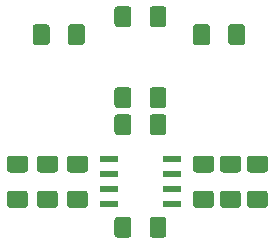
<source format=gbr>
G04 #@! TF.GenerationSoftware,KiCad,Pcbnew,(5.0.1)-4*
G04 #@! TF.CreationDate,2019-03-05T01:38:51-06:00*
G04 #@! TF.ProjectId,util_LFO,7574696C5F4C464F2E6B696361645F70,rev?*
G04 #@! TF.SameCoordinates,Original*
G04 #@! TF.FileFunction,Paste,Bot*
G04 #@! TF.FilePolarity,Positive*
%FSLAX46Y46*%
G04 Gerber Fmt 4.6, Leading zero omitted, Abs format (unit mm)*
G04 Created by KiCad (PCBNEW (5.0.1)-4) date 3/5/2019 1:38:51*
%MOMM*%
%LPD*%
G01*
G04 APERTURE LIST*
%ADD10C,0.100000*%
%ADD11C,1.425000*%
%ADD12R,1.550000X0.600000*%
G04 APERTURE END LIST*
D10*
G04 #@! TO.C,C1*
G36*
X90819504Y-82310204D02*
X90843773Y-82313804D01*
X90867571Y-82319765D01*
X90890671Y-82328030D01*
X90912849Y-82338520D01*
X90933893Y-82351133D01*
X90953598Y-82365747D01*
X90971777Y-82382223D01*
X90988253Y-82400402D01*
X91002867Y-82420107D01*
X91015480Y-82441151D01*
X91025970Y-82463329D01*
X91034235Y-82486429D01*
X91040196Y-82510227D01*
X91043796Y-82534496D01*
X91045000Y-82559000D01*
X91045000Y-83484000D01*
X91043796Y-83508504D01*
X91040196Y-83532773D01*
X91034235Y-83556571D01*
X91025970Y-83579671D01*
X91015480Y-83601849D01*
X91002867Y-83622893D01*
X90988253Y-83642598D01*
X90971777Y-83660777D01*
X90953598Y-83677253D01*
X90933893Y-83691867D01*
X90912849Y-83704480D01*
X90890671Y-83714970D01*
X90867571Y-83723235D01*
X90843773Y-83729196D01*
X90819504Y-83732796D01*
X90795000Y-83734000D01*
X89545000Y-83734000D01*
X89520496Y-83732796D01*
X89496227Y-83729196D01*
X89472429Y-83723235D01*
X89449329Y-83714970D01*
X89427151Y-83704480D01*
X89406107Y-83691867D01*
X89386402Y-83677253D01*
X89368223Y-83660777D01*
X89351747Y-83642598D01*
X89337133Y-83622893D01*
X89324520Y-83601849D01*
X89314030Y-83579671D01*
X89305765Y-83556571D01*
X89299804Y-83532773D01*
X89296204Y-83508504D01*
X89295000Y-83484000D01*
X89295000Y-82559000D01*
X89296204Y-82534496D01*
X89299804Y-82510227D01*
X89305765Y-82486429D01*
X89314030Y-82463329D01*
X89324520Y-82441151D01*
X89337133Y-82420107D01*
X89351747Y-82400402D01*
X89368223Y-82382223D01*
X89386402Y-82365747D01*
X89406107Y-82351133D01*
X89427151Y-82338520D01*
X89449329Y-82328030D01*
X89472429Y-82319765D01*
X89496227Y-82313804D01*
X89520496Y-82310204D01*
X89545000Y-82309000D01*
X90795000Y-82309000D01*
X90819504Y-82310204D01*
X90819504Y-82310204D01*
G37*
D11*
X90170000Y-83021500D03*
D10*
G36*
X90819504Y-79335204D02*
X90843773Y-79338804D01*
X90867571Y-79344765D01*
X90890671Y-79353030D01*
X90912849Y-79363520D01*
X90933893Y-79376133D01*
X90953598Y-79390747D01*
X90971777Y-79407223D01*
X90988253Y-79425402D01*
X91002867Y-79445107D01*
X91015480Y-79466151D01*
X91025970Y-79488329D01*
X91034235Y-79511429D01*
X91040196Y-79535227D01*
X91043796Y-79559496D01*
X91045000Y-79584000D01*
X91045000Y-80509000D01*
X91043796Y-80533504D01*
X91040196Y-80557773D01*
X91034235Y-80581571D01*
X91025970Y-80604671D01*
X91015480Y-80626849D01*
X91002867Y-80647893D01*
X90988253Y-80667598D01*
X90971777Y-80685777D01*
X90953598Y-80702253D01*
X90933893Y-80716867D01*
X90912849Y-80729480D01*
X90890671Y-80739970D01*
X90867571Y-80748235D01*
X90843773Y-80754196D01*
X90819504Y-80757796D01*
X90795000Y-80759000D01*
X89545000Y-80759000D01*
X89520496Y-80757796D01*
X89496227Y-80754196D01*
X89472429Y-80748235D01*
X89449329Y-80739970D01*
X89427151Y-80729480D01*
X89406107Y-80716867D01*
X89386402Y-80702253D01*
X89368223Y-80685777D01*
X89351747Y-80667598D01*
X89337133Y-80647893D01*
X89324520Y-80626849D01*
X89314030Y-80604671D01*
X89305765Y-80581571D01*
X89299804Y-80557773D01*
X89296204Y-80533504D01*
X89295000Y-80509000D01*
X89295000Y-79584000D01*
X89296204Y-79559496D01*
X89299804Y-79535227D01*
X89305765Y-79511429D01*
X89314030Y-79488329D01*
X89324520Y-79466151D01*
X89337133Y-79445107D01*
X89351747Y-79425402D01*
X89368223Y-79407223D01*
X89386402Y-79390747D01*
X89406107Y-79376133D01*
X89427151Y-79363520D01*
X89449329Y-79353030D01*
X89472429Y-79344765D01*
X89496227Y-79338804D01*
X89520496Y-79335204D01*
X89545000Y-79334000D01*
X90795000Y-79334000D01*
X90819504Y-79335204D01*
X90819504Y-79335204D01*
G37*
D11*
X90170000Y-80046500D03*
G04 #@! TD*
D10*
G04 #@! TO.C,C2*
G36*
X97478504Y-75834204D02*
X97502773Y-75837804D01*
X97526571Y-75843765D01*
X97549671Y-75852030D01*
X97571849Y-75862520D01*
X97592893Y-75875133D01*
X97612598Y-75889747D01*
X97630777Y-75906223D01*
X97647253Y-75924402D01*
X97661867Y-75944107D01*
X97674480Y-75965151D01*
X97684970Y-75987329D01*
X97693235Y-76010429D01*
X97699196Y-76034227D01*
X97702796Y-76058496D01*
X97704000Y-76083000D01*
X97704000Y-77333000D01*
X97702796Y-77357504D01*
X97699196Y-77381773D01*
X97693235Y-77405571D01*
X97684970Y-77428671D01*
X97674480Y-77450849D01*
X97661867Y-77471893D01*
X97647253Y-77491598D01*
X97630777Y-77509777D01*
X97612598Y-77526253D01*
X97592893Y-77540867D01*
X97571849Y-77553480D01*
X97549671Y-77563970D01*
X97526571Y-77572235D01*
X97502773Y-77578196D01*
X97478504Y-77581796D01*
X97454000Y-77583000D01*
X96529000Y-77583000D01*
X96504496Y-77581796D01*
X96480227Y-77578196D01*
X96456429Y-77572235D01*
X96433329Y-77563970D01*
X96411151Y-77553480D01*
X96390107Y-77540867D01*
X96370402Y-77526253D01*
X96352223Y-77509777D01*
X96335747Y-77491598D01*
X96321133Y-77471893D01*
X96308520Y-77450849D01*
X96298030Y-77428671D01*
X96289765Y-77405571D01*
X96283804Y-77381773D01*
X96280204Y-77357504D01*
X96279000Y-77333000D01*
X96279000Y-76083000D01*
X96280204Y-76058496D01*
X96283804Y-76034227D01*
X96289765Y-76010429D01*
X96298030Y-75987329D01*
X96308520Y-75965151D01*
X96321133Y-75944107D01*
X96335747Y-75924402D01*
X96352223Y-75906223D01*
X96370402Y-75889747D01*
X96390107Y-75875133D01*
X96411151Y-75862520D01*
X96433329Y-75852030D01*
X96456429Y-75843765D01*
X96480227Y-75837804D01*
X96504496Y-75834204D01*
X96529000Y-75833000D01*
X97454000Y-75833000D01*
X97478504Y-75834204D01*
X97478504Y-75834204D01*
G37*
D11*
X96991500Y-76708000D03*
D10*
G36*
X94503504Y-75834204D02*
X94527773Y-75837804D01*
X94551571Y-75843765D01*
X94574671Y-75852030D01*
X94596849Y-75862520D01*
X94617893Y-75875133D01*
X94637598Y-75889747D01*
X94655777Y-75906223D01*
X94672253Y-75924402D01*
X94686867Y-75944107D01*
X94699480Y-75965151D01*
X94709970Y-75987329D01*
X94718235Y-76010429D01*
X94724196Y-76034227D01*
X94727796Y-76058496D01*
X94729000Y-76083000D01*
X94729000Y-77333000D01*
X94727796Y-77357504D01*
X94724196Y-77381773D01*
X94718235Y-77405571D01*
X94709970Y-77428671D01*
X94699480Y-77450849D01*
X94686867Y-77471893D01*
X94672253Y-77491598D01*
X94655777Y-77509777D01*
X94637598Y-77526253D01*
X94617893Y-77540867D01*
X94596849Y-77553480D01*
X94574671Y-77563970D01*
X94551571Y-77572235D01*
X94527773Y-77578196D01*
X94503504Y-77581796D01*
X94479000Y-77583000D01*
X93554000Y-77583000D01*
X93529496Y-77581796D01*
X93505227Y-77578196D01*
X93481429Y-77572235D01*
X93458329Y-77563970D01*
X93436151Y-77553480D01*
X93415107Y-77540867D01*
X93395402Y-77526253D01*
X93377223Y-77509777D01*
X93360747Y-77491598D01*
X93346133Y-77471893D01*
X93333520Y-77450849D01*
X93323030Y-77428671D01*
X93314765Y-77405571D01*
X93308804Y-77381773D01*
X93305204Y-77357504D01*
X93304000Y-77333000D01*
X93304000Y-76083000D01*
X93305204Y-76058496D01*
X93308804Y-76034227D01*
X93314765Y-76010429D01*
X93323030Y-75987329D01*
X93333520Y-75965151D01*
X93346133Y-75944107D01*
X93360747Y-75924402D01*
X93377223Y-75906223D01*
X93395402Y-75889747D01*
X93415107Y-75875133D01*
X93436151Y-75862520D01*
X93458329Y-75852030D01*
X93481429Y-75843765D01*
X93505227Y-75837804D01*
X93529496Y-75834204D01*
X93554000Y-75833000D01*
X94479000Y-75833000D01*
X94503504Y-75834204D01*
X94503504Y-75834204D01*
G37*
D11*
X94016500Y-76708000D03*
G04 #@! TD*
D10*
G04 #@! TO.C,C3*
G36*
X94503504Y-84521004D02*
X94527773Y-84524604D01*
X94551571Y-84530565D01*
X94574671Y-84538830D01*
X94596849Y-84549320D01*
X94617893Y-84561933D01*
X94637598Y-84576547D01*
X94655777Y-84593023D01*
X94672253Y-84611202D01*
X94686867Y-84630907D01*
X94699480Y-84651951D01*
X94709970Y-84674129D01*
X94718235Y-84697229D01*
X94724196Y-84721027D01*
X94727796Y-84745296D01*
X94729000Y-84769800D01*
X94729000Y-86019800D01*
X94727796Y-86044304D01*
X94724196Y-86068573D01*
X94718235Y-86092371D01*
X94709970Y-86115471D01*
X94699480Y-86137649D01*
X94686867Y-86158693D01*
X94672253Y-86178398D01*
X94655777Y-86196577D01*
X94637598Y-86213053D01*
X94617893Y-86227667D01*
X94596849Y-86240280D01*
X94574671Y-86250770D01*
X94551571Y-86259035D01*
X94527773Y-86264996D01*
X94503504Y-86268596D01*
X94479000Y-86269800D01*
X93554000Y-86269800D01*
X93529496Y-86268596D01*
X93505227Y-86264996D01*
X93481429Y-86259035D01*
X93458329Y-86250770D01*
X93436151Y-86240280D01*
X93415107Y-86227667D01*
X93395402Y-86213053D01*
X93377223Y-86196577D01*
X93360747Y-86178398D01*
X93346133Y-86158693D01*
X93333520Y-86137649D01*
X93323030Y-86115471D01*
X93314765Y-86092371D01*
X93308804Y-86068573D01*
X93305204Y-86044304D01*
X93304000Y-86019800D01*
X93304000Y-84769800D01*
X93305204Y-84745296D01*
X93308804Y-84721027D01*
X93314765Y-84697229D01*
X93323030Y-84674129D01*
X93333520Y-84651951D01*
X93346133Y-84630907D01*
X93360747Y-84611202D01*
X93377223Y-84593023D01*
X93395402Y-84576547D01*
X93415107Y-84561933D01*
X93436151Y-84549320D01*
X93458329Y-84538830D01*
X93481429Y-84530565D01*
X93505227Y-84524604D01*
X93529496Y-84521004D01*
X93554000Y-84519800D01*
X94479000Y-84519800D01*
X94503504Y-84521004D01*
X94503504Y-84521004D01*
G37*
D11*
X94016500Y-85394800D03*
D10*
G36*
X97478504Y-84521004D02*
X97502773Y-84524604D01*
X97526571Y-84530565D01*
X97549671Y-84538830D01*
X97571849Y-84549320D01*
X97592893Y-84561933D01*
X97612598Y-84576547D01*
X97630777Y-84593023D01*
X97647253Y-84611202D01*
X97661867Y-84630907D01*
X97674480Y-84651951D01*
X97684970Y-84674129D01*
X97693235Y-84697229D01*
X97699196Y-84721027D01*
X97702796Y-84745296D01*
X97704000Y-84769800D01*
X97704000Y-86019800D01*
X97702796Y-86044304D01*
X97699196Y-86068573D01*
X97693235Y-86092371D01*
X97684970Y-86115471D01*
X97674480Y-86137649D01*
X97661867Y-86158693D01*
X97647253Y-86178398D01*
X97630777Y-86196577D01*
X97612598Y-86213053D01*
X97592893Y-86227667D01*
X97571849Y-86240280D01*
X97549671Y-86250770D01*
X97526571Y-86259035D01*
X97502773Y-86264996D01*
X97478504Y-86268596D01*
X97454000Y-86269800D01*
X96529000Y-86269800D01*
X96504496Y-86268596D01*
X96480227Y-86264996D01*
X96456429Y-86259035D01*
X96433329Y-86250770D01*
X96411151Y-86240280D01*
X96390107Y-86227667D01*
X96370402Y-86213053D01*
X96352223Y-86196577D01*
X96335747Y-86178398D01*
X96321133Y-86158693D01*
X96308520Y-86137649D01*
X96298030Y-86115471D01*
X96289765Y-86092371D01*
X96283804Y-86068573D01*
X96280204Y-86044304D01*
X96279000Y-86019800D01*
X96279000Y-84769800D01*
X96280204Y-84745296D01*
X96283804Y-84721027D01*
X96289765Y-84697229D01*
X96298030Y-84674129D01*
X96308520Y-84651951D01*
X96321133Y-84630907D01*
X96335747Y-84611202D01*
X96352223Y-84593023D01*
X96370402Y-84576547D01*
X96390107Y-84561933D01*
X96411151Y-84549320D01*
X96433329Y-84538830D01*
X96456429Y-84530565D01*
X96480227Y-84524604D01*
X96504496Y-84521004D01*
X96529000Y-84519800D01*
X97454000Y-84519800D01*
X97478504Y-84521004D01*
X97478504Y-84521004D01*
G37*
D11*
X96991500Y-85394800D03*
G04 #@! TD*
D10*
G04 #@! TO.C,R2*
G36*
X101487504Y-79335204D02*
X101511773Y-79338804D01*
X101535571Y-79344765D01*
X101558671Y-79353030D01*
X101580849Y-79363520D01*
X101601893Y-79376133D01*
X101621598Y-79390747D01*
X101639777Y-79407223D01*
X101656253Y-79425402D01*
X101670867Y-79445107D01*
X101683480Y-79466151D01*
X101693970Y-79488329D01*
X101702235Y-79511429D01*
X101708196Y-79535227D01*
X101711796Y-79559496D01*
X101713000Y-79584000D01*
X101713000Y-80509000D01*
X101711796Y-80533504D01*
X101708196Y-80557773D01*
X101702235Y-80581571D01*
X101693970Y-80604671D01*
X101683480Y-80626849D01*
X101670867Y-80647893D01*
X101656253Y-80667598D01*
X101639777Y-80685777D01*
X101621598Y-80702253D01*
X101601893Y-80716867D01*
X101580849Y-80729480D01*
X101558671Y-80739970D01*
X101535571Y-80748235D01*
X101511773Y-80754196D01*
X101487504Y-80757796D01*
X101463000Y-80759000D01*
X100213000Y-80759000D01*
X100188496Y-80757796D01*
X100164227Y-80754196D01*
X100140429Y-80748235D01*
X100117329Y-80739970D01*
X100095151Y-80729480D01*
X100074107Y-80716867D01*
X100054402Y-80702253D01*
X100036223Y-80685777D01*
X100019747Y-80667598D01*
X100005133Y-80647893D01*
X99992520Y-80626849D01*
X99982030Y-80604671D01*
X99973765Y-80581571D01*
X99967804Y-80557773D01*
X99964204Y-80533504D01*
X99963000Y-80509000D01*
X99963000Y-79584000D01*
X99964204Y-79559496D01*
X99967804Y-79535227D01*
X99973765Y-79511429D01*
X99982030Y-79488329D01*
X99992520Y-79466151D01*
X100005133Y-79445107D01*
X100019747Y-79425402D01*
X100036223Y-79407223D01*
X100054402Y-79390747D01*
X100074107Y-79376133D01*
X100095151Y-79363520D01*
X100117329Y-79353030D01*
X100140429Y-79344765D01*
X100164227Y-79338804D01*
X100188496Y-79335204D01*
X100213000Y-79334000D01*
X101463000Y-79334000D01*
X101487504Y-79335204D01*
X101487504Y-79335204D01*
G37*
D11*
X100838000Y-80046500D03*
D10*
G36*
X101487504Y-82310204D02*
X101511773Y-82313804D01*
X101535571Y-82319765D01*
X101558671Y-82328030D01*
X101580849Y-82338520D01*
X101601893Y-82351133D01*
X101621598Y-82365747D01*
X101639777Y-82382223D01*
X101656253Y-82400402D01*
X101670867Y-82420107D01*
X101683480Y-82441151D01*
X101693970Y-82463329D01*
X101702235Y-82486429D01*
X101708196Y-82510227D01*
X101711796Y-82534496D01*
X101713000Y-82559000D01*
X101713000Y-83484000D01*
X101711796Y-83508504D01*
X101708196Y-83532773D01*
X101702235Y-83556571D01*
X101693970Y-83579671D01*
X101683480Y-83601849D01*
X101670867Y-83622893D01*
X101656253Y-83642598D01*
X101639777Y-83660777D01*
X101621598Y-83677253D01*
X101601893Y-83691867D01*
X101580849Y-83704480D01*
X101558671Y-83714970D01*
X101535571Y-83723235D01*
X101511773Y-83729196D01*
X101487504Y-83732796D01*
X101463000Y-83734000D01*
X100213000Y-83734000D01*
X100188496Y-83732796D01*
X100164227Y-83729196D01*
X100140429Y-83723235D01*
X100117329Y-83714970D01*
X100095151Y-83704480D01*
X100074107Y-83691867D01*
X100054402Y-83677253D01*
X100036223Y-83660777D01*
X100019747Y-83642598D01*
X100005133Y-83622893D01*
X99992520Y-83601849D01*
X99982030Y-83579671D01*
X99973765Y-83556571D01*
X99967804Y-83532773D01*
X99964204Y-83508504D01*
X99963000Y-83484000D01*
X99963000Y-82559000D01*
X99964204Y-82534496D01*
X99967804Y-82510227D01*
X99973765Y-82486429D01*
X99982030Y-82463329D01*
X99992520Y-82441151D01*
X100005133Y-82420107D01*
X100019747Y-82400402D01*
X100036223Y-82382223D01*
X100054402Y-82365747D01*
X100074107Y-82351133D01*
X100095151Y-82338520D01*
X100117329Y-82328030D01*
X100140429Y-82319765D01*
X100164227Y-82313804D01*
X100188496Y-82310204D01*
X100213000Y-82309000D01*
X101463000Y-82309000D01*
X101487504Y-82310204D01*
X101487504Y-82310204D01*
G37*
D11*
X100838000Y-83021500D03*
G04 #@! TD*
D10*
G04 #@! TO.C,R3*
G36*
X87582004Y-68214204D02*
X87606273Y-68217804D01*
X87630071Y-68223765D01*
X87653171Y-68232030D01*
X87675349Y-68242520D01*
X87696393Y-68255133D01*
X87716098Y-68269747D01*
X87734277Y-68286223D01*
X87750753Y-68304402D01*
X87765367Y-68324107D01*
X87777980Y-68345151D01*
X87788470Y-68367329D01*
X87796735Y-68390429D01*
X87802696Y-68414227D01*
X87806296Y-68438496D01*
X87807500Y-68463000D01*
X87807500Y-69713000D01*
X87806296Y-69737504D01*
X87802696Y-69761773D01*
X87796735Y-69785571D01*
X87788470Y-69808671D01*
X87777980Y-69830849D01*
X87765367Y-69851893D01*
X87750753Y-69871598D01*
X87734277Y-69889777D01*
X87716098Y-69906253D01*
X87696393Y-69920867D01*
X87675349Y-69933480D01*
X87653171Y-69943970D01*
X87630071Y-69952235D01*
X87606273Y-69958196D01*
X87582004Y-69961796D01*
X87557500Y-69963000D01*
X86632500Y-69963000D01*
X86607996Y-69961796D01*
X86583727Y-69958196D01*
X86559929Y-69952235D01*
X86536829Y-69943970D01*
X86514651Y-69933480D01*
X86493607Y-69920867D01*
X86473902Y-69906253D01*
X86455723Y-69889777D01*
X86439247Y-69871598D01*
X86424633Y-69851893D01*
X86412020Y-69830849D01*
X86401530Y-69808671D01*
X86393265Y-69785571D01*
X86387304Y-69761773D01*
X86383704Y-69737504D01*
X86382500Y-69713000D01*
X86382500Y-68463000D01*
X86383704Y-68438496D01*
X86387304Y-68414227D01*
X86393265Y-68390429D01*
X86401530Y-68367329D01*
X86412020Y-68345151D01*
X86424633Y-68324107D01*
X86439247Y-68304402D01*
X86455723Y-68286223D01*
X86473902Y-68269747D01*
X86493607Y-68255133D01*
X86514651Y-68242520D01*
X86536829Y-68232030D01*
X86559929Y-68223765D01*
X86583727Y-68217804D01*
X86607996Y-68214204D01*
X86632500Y-68213000D01*
X87557500Y-68213000D01*
X87582004Y-68214204D01*
X87582004Y-68214204D01*
G37*
D11*
X87095000Y-69088000D03*
D10*
G36*
X90557004Y-68214204D02*
X90581273Y-68217804D01*
X90605071Y-68223765D01*
X90628171Y-68232030D01*
X90650349Y-68242520D01*
X90671393Y-68255133D01*
X90691098Y-68269747D01*
X90709277Y-68286223D01*
X90725753Y-68304402D01*
X90740367Y-68324107D01*
X90752980Y-68345151D01*
X90763470Y-68367329D01*
X90771735Y-68390429D01*
X90777696Y-68414227D01*
X90781296Y-68438496D01*
X90782500Y-68463000D01*
X90782500Y-69713000D01*
X90781296Y-69737504D01*
X90777696Y-69761773D01*
X90771735Y-69785571D01*
X90763470Y-69808671D01*
X90752980Y-69830849D01*
X90740367Y-69851893D01*
X90725753Y-69871598D01*
X90709277Y-69889777D01*
X90691098Y-69906253D01*
X90671393Y-69920867D01*
X90650349Y-69933480D01*
X90628171Y-69943970D01*
X90605071Y-69952235D01*
X90581273Y-69958196D01*
X90557004Y-69961796D01*
X90532500Y-69963000D01*
X89607500Y-69963000D01*
X89582996Y-69961796D01*
X89558727Y-69958196D01*
X89534929Y-69952235D01*
X89511829Y-69943970D01*
X89489651Y-69933480D01*
X89468607Y-69920867D01*
X89448902Y-69906253D01*
X89430723Y-69889777D01*
X89414247Y-69871598D01*
X89399633Y-69851893D01*
X89387020Y-69830849D01*
X89376530Y-69808671D01*
X89368265Y-69785571D01*
X89362304Y-69761773D01*
X89358704Y-69737504D01*
X89357500Y-69713000D01*
X89357500Y-68463000D01*
X89358704Y-68438496D01*
X89362304Y-68414227D01*
X89368265Y-68390429D01*
X89376530Y-68367329D01*
X89387020Y-68345151D01*
X89399633Y-68324107D01*
X89414247Y-68304402D01*
X89430723Y-68286223D01*
X89448902Y-68269747D01*
X89468607Y-68255133D01*
X89489651Y-68242520D01*
X89511829Y-68232030D01*
X89534929Y-68223765D01*
X89558727Y-68217804D01*
X89582996Y-68214204D01*
X89607500Y-68213000D01*
X90532500Y-68213000D01*
X90557004Y-68214204D01*
X90557004Y-68214204D01*
G37*
D11*
X90070000Y-69088000D03*
G04 #@! TD*
D10*
G04 #@! TO.C,R5*
G36*
X94503504Y-73548204D02*
X94527773Y-73551804D01*
X94551571Y-73557765D01*
X94574671Y-73566030D01*
X94596849Y-73576520D01*
X94617893Y-73589133D01*
X94637598Y-73603747D01*
X94655777Y-73620223D01*
X94672253Y-73638402D01*
X94686867Y-73658107D01*
X94699480Y-73679151D01*
X94709970Y-73701329D01*
X94718235Y-73724429D01*
X94724196Y-73748227D01*
X94727796Y-73772496D01*
X94729000Y-73797000D01*
X94729000Y-75047000D01*
X94727796Y-75071504D01*
X94724196Y-75095773D01*
X94718235Y-75119571D01*
X94709970Y-75142671D01*
X94699480Y-75164849D01*
X94686867Y-75185893D01*
X94672253Y-75205598D01*
X94655777Y-75223777D01*
X94637598Y-75240253D01*
X94617893Y-75254867D01*
X94596849Y-75267480D01*
X94574671Y-75277970D01*
X94551571Y-75286235D01*
X94527773Y-75292196D01*
X94503504Y-75295796D01*
X94479000Y-75297000D01*
X93554000Y-75297000D01*
X93529496Y-75295796D01*
X93505227Y-75292196D01*
X93481429Y-75286235D01*
X93458329Y-75277970D01*
X93436151Y-75267480D01*
X93415107Y-75254867D01*
X93395402Y-75240253D01*
X93377223Y-75223777D01*
X93360747Y-75205598D01*
X93346133Y-75185893D01*
X93333520Y-75164849D01*
X93323030Y-75142671D01*
X93314765Y-75119571D01*
X93308804Y-75095773D01*
X93305204Y-75071504D01*
X93304000Y-75047000D01*
X93304000Y-73797000D01*
X93305204Y-73772496D01*
X93308804Y-73748227D01*
X93314765Y-73724429D01*
X93323030Y-73701329D01*
X93333520Y-73679151D01*
X93346133Y-73658107D01*
X93360747Y-73638402D01*
X93377223Y-73620223D01*
X93395402Y-73603747D01*
X93415107Y-73589133D01*
X93436151Y-73576520D01*
X93458329Y-73566030D01*
X93481429Y-73557765D01*
X93505227Y-73551804D01*
X93529496Y-73548204D01*
X93554000Y-73547000D01*
X94479000Y-73547000D01*
X94503504Y-73548204D01*
X94503504Y-73548204D01*
G37*
D11*
X94016500Y-74422000D03*
D10*
G36*
X97478504Y-73548204D02*
X97502773Y-73551804D01*
X97526571Y-73557765D01*
X97549671Y-73566030D01*
X97571849Y-73576520D01*
X97592893Y-73589133D01*
X97612598Y-73603747D01*
X97630777Y-73620223D01*
X97647253Y-73638402D01*
X97661867Y-73658107D01*
X97674480Y-73679151D01*
X97684970Y-73701329D01*
X97693235Y-73724429D01*
X97699196Y-73748227D01*
X97702796Y-73772496D01*
X97704000Y-73797000D01*
X97704000Y-75047000D01*
X97702796Y-75071504D01*
X97699196Y-75095773D01*
X97693235Y-75119571D01*
X97684970Y-75142671D01*
X97674480Y-75164849D01*
X97661867Y-75185893D01*
X97647253Y-75205598D01*
X97630777Y-75223777D01*
X97612598Y-75240253D01*
X97592893Y-75254867D01*
X97571849Y-75267480D01*
X97549671Y-75277970D01*
X97526571Y-75286235D01*
X97502773Y-75292196D01*
X97478504Y-75295796D01*
X97454000Y-75297000D01*
X96529000Y-75297000D01*
X96504496Y-75295796D01*
X96480227Y-75292196D01*
X96456429Y-75286235D01*
X96433329Y-75277970D01*
X96411151Y-75267480D01*
X96390107Y-75254867D01*
X96370402Y-75240253D01*
X96352223Y-75223777D01*
X96335747Y-75205598D01*
X96321133Y-75185893D01*
X96308520Y-75164849D01*
X96298030Y-75142671D01*
X96289765Y-75119571D01*
X96283804Y-75095773D01*
X96280204Y-75071504D01*
X96279000Y-75047000D01*
X96279000Y-73797000D01*
X96280204Y-73772496D01*
X96283804Y-73748227D01*
X96289765Y-73724429D01*
X96298030Y-73701329D01*
X96308520Y-73679151D01*
X96321133Y-73658107D01*
X96335747Y-73638402D01*
X96352223Y-73620223D01*
X96370402Y-73603747D01*
X96390107Y-73589133D01*
X96411151Y-73576520D01*
X96433329Y-73566030D01*
X96456429Y-73557765D01*
X96480227Y-73551804D01*
X96504496Y-73548204D01*
X96529000Y-73547000D01*
X97454000Y-73547000D01*
X97478504Y-73548204D01*
X97478504Y-73548204D01*
G37*
D11*
X96991500Y-74422000D03*
G04 #@! TD*
D10*
G04 #@! TO.C,R6*
G36*
X103773504Y-82310204D02*
X103797773Y-82313804D01*
X103821571Y-82319765D01*
X103844671Y-82328030D01*
X103866849Y-82338520D01*
X103887893Y-82351133D01*
X103907598Y-82365747D01*
X103925777Y-82382223D01*
X103942253Y-82400402D01*
X103956867Y-82420107D01*
X103969480Y-82441151D01*
X103979970Y-82463329D01*
X103988235Y-82486429D01*
X103994196Y-82510227D01*
X103997796Y-82534496D01*
X103999000Y-82559000D01*
X103999000Y-83484000D01*
X103997796Y-83508504D01*
X103994196Y-83532773D01*
X103988235Y-83556571D01*
X103979970Y-83579671D01*
X103969480Y-83601849D01*
X103956867Y-83622893D01*
X103942253Y-83642598D01*
X103925777Y-83660777D01*
X103907598Y-83677253D01*
X103887893Y-83691867D01*
X103866849Y-83704480D01*
X103844671Y-83714970D01*
X103821571Y-83723235D01*
X103797773Y-83729196D01*
X103773504Y-83732796D01*
X103749000Y-83734000D01*
X102499000Y-83734000D01*
X102474496Y-83732796D01*
X102450227Y-83729196D01*
X102426429Y-83723235D01*
X102403329Y-83714970D01*
X102381151Y-83704480D01*
X102360107Y-83691867D01*
X102340402Y-83677253D01*
X102322223Y-83660777D01*
X102305747Y-83642598D01*
X102291133Y-83622893D01*
X102278520Y-83601849D01*
X102268030Y-83579671D01*
X102259765Y-83556571D01*
X102253804Y-83532773D01*
X102250204Y-83508504D01*
X102249000Y-83484000D01*
X102249000Y-82559000D01*
X102250204Y-82534496D01*
X102253804Y-82510227D01*
X102259765Y-82486429D01*
X102268030Y-82463329D01*
X102278520Y-82441151D01*
X102291133Y-82420107D01*
X102305747Y-82400402D01*
X102322223Y-82382223D01*
X102340402Y-82365747D01*
X102360107Y-82351133D01*
X102381151Y-82338520D01*
X102403329Y-82328030D01*
X102426429Y-82319765D01*
X102450227Y-82313804D01*
X102474496Y-82310204D01*
X102499000Y-82309000D01*
X103749000Y-82309000D01*
X103773504Y-82310204D01*
X103773504Y-82310204D01*
G37*
D11*
X103124000Y-83021500D03*
D10*
G36*
X103773504Y-79335204D02*
X103797773Y-79338804D01*
X103821571Y-79344765D01*
X103844671Y-79353030D01*
X103866849Y-79363520D01*
X103887893Y-79376133D01*
X103907598Y-79390747D01*
X103925777Y-79407223D01*
X103942253Y-79425402D01*
X103956867Y-79445107D01*
X103969480Y-79466151D01*
X103979970Y-79488329D01*
X103988235Y-79511429D01*
X103994196Y-79535227D01*
X103997796Y-79559496D01*
X103999000Y-79584000D01*
X103999000Y-80509000D01*
X103997796Y-80533504D01*
X103994196Y-80557773D01*
X103988235Y-80581571D01*
X103979970Y-80604671D01*
X103969480Y-80626849D01*
X103956867Y-80647893D01*
X103942253Y-80667598D01*
X103925777Y-80685777D01*
X103907598Y-80702253D01*
X103887893Y-80716867D01*
X103866849Y-80729480D01*
X103844671Y-80739970D01*
X103821571Y-80748235D01*
X103797773Y-80754196D01*
X103773504Y-80757796D01*
X103749000Y-80759000D01*
X102499000Y-80759000D01*
X102474496Y-80757796D01*
X102450227Y-80754196D01*
X102426429Y-80748235D01*
X102403329Y-80739970D01*
X102381151Y-80729480D01*
X102360107Y-80716867D01*
X102340402Y-80702253D01*
X102322223Y-80685777D01*
X102305747Y-80667598D01*
X102291133Y-80647893D01*
X102278520Y-80626849D01*
X102268030Y-80604671D01*
X102259765Y-80581571D01*
X102253804Y-80557773D01*
X102250204Y-80533504D01*
X102249000Y-80509000D01*
X102249000Y-79584000D01*
X102250204Y-79559496D01*
X102253804Y-79535227D01*
X102259765Y-79511429D01*
X102268030Y-79488329D01*
X102278520Y-79466151D01*
X102291133Y-79445107D01*
X102305747Y-79425402D01*
X102322223Y-79407223D01*
X102340402Y-79390747D01*
X102360107Y-79376133D01*
X102381151Y-79363520D01*
X102403329Y-79353030D01*
X102426429Y-79344765D01*
X102450227Y-79338804D01*
X102474496Y-79335204D01*
X102499000Y-79334000D01*
X103749000Y-79334000D01*
X103773504Y-79335204D01*
X103773504Y-79335204D01*
G37*
D11*
X103124000Y-80046500D03*
G04 #@! TD*
D10*
G04 #@! TO.C,R7*
G36*
X106059504Y-79335204D02*
X106083773Y-79338804D01*
X106107571Y-79344765D01*
X106130671Y-79353030D01*
X106152849Y-79363520D01*
X106173893Y-79376133D01*
X106193598Y-79390747D01*
X106211777Y-79407223D01*
X106228253Y-79425402D01*
X106242867Y-79445107D01*
X106255480Y-79466151D01*
X106265970Y-79488329D01*
X106274235Y-79511429D01*
X106280196Y-79535227D01*
X106283796Y-79559496D01*
X106285000Y-79584000D01*
X106285000Y-80509000D01*
X106283796Y-80533504D01*
X106280196Y-80557773D01*
X106274235Y-80581571D01*
X106265970Y-80604671D01*
X106255480Y-80626849D01*
X106242867Y-80647893D01*
X106228253Y-80667598D01*
X106211777Y-80685777D01*
X106193598Y-80702253D01*
X106173893Y-80716867D01*
X106152849Y-80729480D01*
X106130671Y-80739970D01*
X106107571Y-80748235D01*
X106083773Y-80754196D01*
X106059504Y-80757796D01*
X106035000Y-80759000D01*
X104785000Y-80759000D01*
X104760496Y-80757796D01*
X104736227Y-80754196D01*
X104712429Y-80748235D01*
X104689329Y-80739970D01*
X104667151Y-80729480D01*
X104646107Y-80716867D01*
X104626402Y-80702253D01*
X104608223Y-80685777D01*
X104591747Y-80667598D01*
X104577133Y-80647893D01*
X104564520Y-80626849D01*
X104554030Y-80604671D01*
X104545765Y-80581571D01*
X104539804Y-80557773D01*
X104536204Y-80533504D01*
X104535000Y-80509000D01*
X104535000Y-79584000D01*
X104536204Y-79559496D01*
X104539804Y-79535227D01*
X104545765Y-79511429D01*
X104554030Y-79488329D01*
X104564520Y-79466151D01*
X104577133Y-79445107D01*
X104591747Y-79425402D01*
X104608223Y-79407223D01*
X104626402Y-79390747D01*
X104646107Y-79376133D01*
X104667151Y-79363520D01*
X104689329Y-79353030D01*
X104712429Y-79344765D01*
X104736227Y-79338804D01*
X104760496Y-79335204D01*
X104785000Y-79334000D01*
X106035000Y-79334000D01*
X106059504Y-79335204D01*
X106059504Y-79335204D01*
G37*
D11*
X105410000Y-80046500D03*
D10*
G36*
X106059504Y-82310204D02*
X106083773Y-82313804D01*
X106107571Y-82319765D01*
X106130671Y-82328030D01*
X106152849Y-82338520D01*
X106173893Y-82351133D01*
X106193598Y-82365747D01*
X106211777Y-82382223D01*
X106228253Y-82400402D01*
X106242867Y-82420107D01*
X106255480Y-82441151D01*
X106265970Y-82463329D01*
X106274235Y-82486429D01*
X106280196Y-82510227D01*
X106283796Y-82534496D01*
X106285000Y-82559000D01*
X106285000Y-83484000D01*
X106283796Y-83508504D01*
X106280196Y-83532773D01*
X106274235Y-83556571D01*
X106265970Y-83579671D01*
X106255480Y-83601849D01*
X106242867Y-83622893D01*
X106228253Y-83642598D01*
X106211777Y-83660777D01*
X106193598Y-83677253D01*
X106173893Y-83691867D01*
X106152849Y-83704480D01*
X106130671Y-83714970D01*
X106107571Y-83723235D01*
X106083773Y-83729196D01*
X106059504Y-83732796D01*
X106035000Y-83734000D01*
X104785000Y-83734000D01*
X104760496Y-83732796D01*
X104736227Y-83729196D01*
X104712429Y-83723235D01*
X104689329Y-83714970D01*
X104667151Y-83704480D01*
X104646107Y-83691867D01*
X104626402Y-83677253D01*
X104608223Y-83660777D01*
X104591747Y-83642598D01*
X104577133Y-83622893D01*
X104564520Y-83601849D01*
X104554030Y-83579671D01*
X104545765Y-83556571D01*
X104539804Y-83532773D01*
X104536204Y-83508504D01*
X104535000Y-83484000D01*
X104535000Y-82559000D01*
X104536204Y-82534496D01*
X104539804Y-82510227D01*
X104545765Y-82486429D01*
X104554030Y-82463329D01*
X104564520Y-82441151D01*
X104577133Y-82420107D01*
X104591747Y-82400402D01*
X104608223Y-82382223D01*
X104626402Y-82365747D01*
X104646107Y-82351133D01*
X104667151Y-82338520D01*
X104689329Y-82328030D01*
X104712429Y-82319765D01*
X104736227Y-82313804D01*
X104760496Y-82310204D01*
X104785000Y-82309000D01*
X106035000Y-82309000D01*
X106059504Y-82310204D01*
X106059504Y-82310204D01*
G37*
D11*
X105410000Y-83021500D03*
G04 #@! TD*
D10*
G04 #@! TO.C,R8*
G36*
X88279504Y-79335204D02*
X88303773Y-79338804D01*
X88327571Y-79344765D01*
X88350671Y-79353030D01*
X88372849Y-79363520D01*
X88393893Y-79376133D01*
X88413598Y-79390747D01*
X88431777Y-79407223D01*
X88448253Y-79425402D01*
X88462867Y-79445107D01*
X88475480Y-79466151D01*
X88485970Y-79488329D01*
X88494235Y-79511429D01*
X88500196Y-79535227D01*
X88503796Y-79559496D01*
X88505000Y-79584000D01*
X88505000Y-80509000D01*
X88503796Y-80533504D01*
X88500196Y-80557773D01*
X88494235Y-80581571D01*
X88485970Y-80604671D01*
X88475480Y-80626849D01*
X88462867Y-80647893D01*
X88448253Y-80667598D01*
X88431777Y-80685777D01*
X88413598Y-80702253D01*
X88393893Y-80716867D01*
X88372849Y-80729480D01*
X88350671Y-80739970D01*
X88327571Y-80748235D01*
X88303773Y-80754196D01*
X88279504Y-80757796D01*
X88255000Y-80759000D01*
X87005000Y-80759000D01*
X86980496Y-80757796D01*
X86956227Y-80754196D01*
X86932429Y-80748235D01*
X86909329Y-80739970D01*
X86887151Y-80729480D01*
X86866107Y-80716867D01*
X86846402Y-80702253D01*
X86828223Y-80685777D01*
X86811747Y-80667598D01*
X86797133Y-80647893D01*
X86784520Y-80626849D01*
X86774030Y-80604671D01*
X86765765Y-80581571D01*
X86759804Y-80557773D01*
X86756204Y-80533504D01*
X86755000Y-80509000D01*
X86755000Y-79584000D01*
X86756204Y-79559496D01*
X86759804Y-79535227D01*
X86765765Y-79511429D01*
X86774030Y-79488329D01*
X86784520Y-79466151D01*
X86797133Y-79445107D01*
X86811747Y-79425402D01*
X86828223Y-79407223D01*
X86846402Y-79390747D01*
X86866107Y-79376133D01*
X86887151Y-79363520D01*
X86909329Y-79353030D01*
X86932429Y-79344765D01*
X86956227Y-79338804D01*
X86980496Y-79335204D01*
X87005000Y-79334000D01*
X88255000Y-79334000D01*
X88279504Y-79335204D01*
X88279504Y-79335204D01*
G37*
D11*
X87630000Y-80046500D03*
D10*
G36*
X88279504Y-82310204D02*
X88303773Y-82313804D01*
X88327571Y-82319765D01*
X88350671Y-82328030D01*
X88372849Y-82338520D01*
X88393893Y-82351133D01*
X88413598Y-82365747D01*
X88431777Y-82382223D01*
X88448253Y-82400402D01*
X88462867Y-82420107D01*
X88475480Y-82441151D01*
X88485970Y-82463329D01*
X88494235Y-82486429D01*
X88500196Y-82510227D01*
X88503796Y-82534496D01*
X88505000Y-82559000D01*
X88505000Y-83484000D01*
X88503796Y-83508504D01*
X88500196Y-83532773D01*
X88494235Y-83556571D01*
X88485970Y-83579671D01*
X88475480Y-83601849D01*
X88462867Y-83622893D01*
X88448253Y-83642598D01*
X88431777Y-83660777D01*
X88413598Y-83677253D01*
X88393893Y-83691867D01*
X88372849Y-83704480D01*
X88350671Y-83714970D01*
X88327571Y-83723235D01*
X88303773Y-83729196D01*
X88279504Y-83732796D01*
X88255000Y-83734000D01*
X87005000Y-83734000D01*
X86980496Y-83732796D01*
X86956227Y-83729196D01*
X86932429Y-83723235D01*
X86909329Y-83714970D01*
X86887151Y-83704480D01*
X86866107Y-83691867D01*
X86846402Y-83677253D01*
X86828223Y-83660777D01*
X86811747Y-83642598D01*
X86797133Y-83622893D01*
X86784520Y-83601849D01*
X86774030Y-83579671D01*
X86765765Y-83556571D01*
X86759804Y-83532773D01*
X86756204Y-83508504D01*
X86755000Y-83484000D01*
X86755000Y-82559000D01*
X86756204Y-82534496D01*
X86759804Y-82510227D01*
X86765765Y-82486429D01*
X86774030Y-82463329D01*
X86784520Y-82441151D01*
X86797133Y-82420107D01*
X86811747Y-82400402D01*
X86828223Y-82382223D01*
X86846402Y-82365747D01*
X86866107Y-82351133D01*
X86887151Y-82338520D01*
X86909329Y-82328030D01*
X86932429Y-82319765D01*
X86956227Y-82313804D01*
X86980496Y-82310204D01*
X87005000Y-82309000D01*
X88255000Y-82309000D01*
X88279504Y-82310204D01*
X88279504Y-82310204D01*
G37*
D11*
X87630000Y-83021500D03*
G04 #@! TD*
D10*
G04 #@! TO.C,R9*
G36*
X85739504Y-82310204D02*
X85763773Y-82313804D01*
X85787571Y-82319765D01*
X85810671Y-82328030D01*
X85832849Y-82338520D01*
X85853893Y-82351133D01*
X85873598Y-82365747D01*
X85891777Y-82382223D01*
X85908253Y-82400402D01*
X85922867Y-82420107D01*
X85935480Y-82441151D01*
X85945970Y-82463329D01*
X85954235Y-82486429D01*
X85960196Y-82510227D01*
X85963796Y-82534496D01*
X85965000Y-82559000D01*
X85965000Y-83484000D01*
X85963796Y-83508504D01*
X85960196Y-83532773D01*
X85954235Y-83556571D01*
X85945970Y-83579671D01*
X85935480Y-83601849D01*
X85922867Y-83622893D01*
X85908253Y-83642598D01*
X85891777Y-83660777D01*
X85873598Y-83677253D01*
X85853893Y-83691867D01*
X85832849Y-83704480D01*
X85810671Y-83714970D01*
X85787571Y-83723235D01*
X85763773Y-83729196D01*
X85739504Y-83732796D01*
X85715000Y-83734000D01*
X84465000Y-83734000D01*
X84440496Y-83732796D01*
X84416227Y-83729196D01*
X84392429Y-83723235D01*
X84369329Y-83714970D01*
X84347151Y-83704480D01*
X84326107Y-83691867D01*
X84306402Y-83677253D01*
X84288223Y-83660777D01*
X84271747Y-83642598D01*
X84257133Y-83622893D01*
X84244520Y-83601849D01*
X84234030Y-83579671D01*
X84225765Y-83556571D01*
X84219804Y-83532773D01*
X84216204Y-83508504D01*
X84215000Y-83484000D01*
X84215000Y-82559000D01*
X84216204Y-82534496D01*
X84219804Y-82510227D01*
X84225765Y-82486429D01*
X84234030Y-82463329D01*
X84244520Y-82441151D01*
X84257133Y-82420107D01*
X84271747Y-82400402D01*
X84288223Y-82382223D01*
X84306402Y-82365747D01*
X84326107Y-82351133D01*
X84347151Y-82338520D01*
X84369329Y-82328030D01*
X84392429Y-82319765D01*
X84416227Y-82313804D01*
X84440496Y-82310204D01*
X84465000Y-82309000D01*
X85715000Y-82309000D01*
X85739504Y-82310204D01*
X85739504Y-82310204D01*
G37*
D11*
X85090000Y-83021500D03*
D10*
G36*
X85739504Y-79335204D02*
X85763773Y-79338804D01*
X85787571Y-79344765D01*
X85810671Y-79353030D01*
X85832849Y-79363520D01*
X85853893Y-79376133D01*
X85873598Y-79390747D01*
X85891777Y-79407223D01*
X85908253Y-79425402D01*
X85922867Y-79445107D01*
X85935480Y-79466151D01*
X85945970Y-79488329D01*
X85954235Y-79511429D01*
X85960196Y-79535227D01*
X85963796Y-79559496D01*
X85965000Y-79584000D01*
X85965000Y-80509000D01*
X85963796Y-80533504D01*
X85960196Y-80557773D01*
X85954235Y-80581571D01*
X85945970Y-80604671D01*
X85935480Y-80626849D01*
X85922867Y-80647893D01*
X85908253Y-80667598D01*
X85891777Y-80685777D01*
X85873598Y-80702253D01*
X85853893Y-80716867D01*
X85832849Y-80729480D01*
X85810671Y-80739970D01*
X85787571Y-80748235D01*
X85763773Y-80754196D01*
X85739504Y-80757796D01*
X85715000Y-80759000D01*
X84465000Y-80759000D01*
X84440496Y-80757796D01*
X84416227Y-80754196D01*
X84392429Y-80748235D01*
X84369329Y-80739970D01*
X84347151Y-80729480D01*
X84326107Y-80716867D01*
X84306402Y-80702253D01*
X84288223Y-80685777D01*
X84271747Y-80667598D01*
X84257133Y-80647893D01*
X84244520Y-80626849D01*
X84234030Y-80604671D01*
X84225765Y-80581571D01*
X84219804Y-80557773D01*
X84216204Y-80533504D01*
X84215000Y-80509000D01*
X84215000Y-79584000D01*
X84216204Y-79559496D01*
X84219804Y-79535227D01*
X84225765Y-79511429D01*
X84234030Y-79488329D01*
X84244520Y-79466151D01*
X84257133Y-79445107D01*
X84271747Y-79425402D01*
X84288223Y-79407223D01*
X84306402Y-79390747D01*
X84326107Y-79376133D01*
X84347151Y-79363520D01*
X84369329Y-79353030D01*
X84392429Y-79344765D01*
X84416227Y-79338804D01*
X84440496Y-79335204D01*
X84465000Y-79334000D01*
X85715000Y-79334000D01*
X85739504Y-79335204D01*
X85739504Y-79335204D01*
G37*
D11*
X85090000Y-80046500D03*
G04 #@! TD*
D12*
G04 #@! TO.C,U1*
X98204000Y-79629000D03*
X98204000Y-80899000D03*
X98204000Y-82169000D03*
X98204000Y-83439000D03*
X92804000Y-83439000D03*
X92804000Y-82169000D03*
X92804000Y-80899000D03*
X92804000Y-79629000D03*
G04 #@! TD*
D10*
G04 #@! TO.C,R4*
G36*
X97478504Y-66690204D02*
X97502773Y-66693804D01*
X97526571Y-66699765D01*
X97549671Y-66708030D01*
X97571849Y-66718520D01*
X97592893Y-66731133D01*
X97612598Y-66745747D01*
X97630777Y-66762223D01*
X97647253Y-66780402D01*
X97661867Y-66800107D01*
X97674480Y-66821151D01*
X97684970Y-66843329D01*
X97693235Y-66866429D01*
X97699196Y-66890227D01*
X97702796Y-66914496D01*
X97704000Y-66939000D01*
X97704000Y-68189000D01*
X97702796Y-68213504D01*
X97699196Y-68237773D01*
X97693235Y-68261571D01*
X97684970Y-68284671D01*
X97674480Y-68306849D01*
X97661867Y-68327893D01*
X97647253Y-68347598D01*
X97630777Y-68365777D01*
X97612598Y-68382253D01*
X97592893Y-68396867D01*
X97571849Y-68409480D01*
X97549671Y-68419970D01*
X97526571Y-68428235D01*
X97502773Y-68434196D01*
X97478504Y-68437796D01*
X97454000Y-68439000D01*
X96529000Y-68439000D01*
X96504496Y-68437796D01*
X96480227Y-68434196D01*
X96456429Y-68428235D01*
X96433329Y-68419970D01*
X96411151Y-68409480D01*
X96390107Y-68396867D01*
X96370402Y-68382253D01*
X96352223Y-68365777D01*
X96335747Y-68347598D01*
X96321133Y-68327893D01*
X96308520Y-68306849D01*
X96298030Y-68284671D01*
X96289765Y-68261571D01*
X96283804Y-68237773D01*
X96280204Y-68213504D01*
X96279000Y-68189000D01*
X96279000Y-66939000D01*
X96280204Y-66914496D01*
X96283804Y-66890227D01*
X96289765Y-66866429D01*
X96298030Y-66843329D01*
X96308520Y-66821151D01*
X96321133Y-66800107D01*
X96335747Y-66780402D01*
X96352223Y-66762223D01*
X96370402Y-66745747D01*
X96390107Y-66731133D01*
X96411151Y-66718520D01*
X96433329Y-66708030D01*
X96456429Y-66699765D01*
X96480227Y-66693804D01*
X96504496Y-66690204D01*
X96529000Y-66689000D01*
X97454000Y-66689000D01*
X97478504Y-66690204D01*
X97478504Y-66690204D01*
G37*
D11*
X96991500Y-67564000D03*
D10*
G36*
X94503504Y-66690204D02*
X94527773Y-66693804D01*
X94551571Y-66699765D01*
X94574671Y-66708030D01*
X94596849Y-66718520D01*
X94617893Y-66731133D01*
X94637598Y-66745747D01*
X94655777Y-66762223D01*
X94672253Y-66780402D01*
X94686867Y-66800107D01*
X94699480Y-66821151D01*
X94709970Y-66843329D01*
X94718235Y-66866429D01*
X94724196Y-66890227D01*
X94727796Y-66914496D01*
X94729000Y-66939000D01*
X94729000Y-68189000D01*
X94727796Y-68213504D01*
X94724196Y-68237773D01*
X94718235Y-68261571D01*
X94709970Y-68284671D01*
X94699480Y-68306849D01*
X94686867Y-68327893D01*
X94672253Y-68347598D01*
X94655777Y-68365777D01*
X94637598Y-68382253D01*
X94617893Y-68396867D01*
X94596849Y-68409480D01*
X94574671Y-68419970D01*
X94551571Y-68428235D01*
X94527773Y-68434196D01*
X94503504Y-68437796D01*
X94479000Y-68439000D01*
X93554000Y-68439000D01*
X93529496Y-68437796D01*
X93505227Y-68434196D01*
X93481429Y-68428235D01*
X93458329Y-68419970D01*
X93436151Y-68409480D01*
X93415107Y-68396867D01*
X93395402Y-68382253D01*
X93377223Y-68365777D01*
X93360747Y-68347598D01*
X93346133Y-68327893D01*
X93333520Y-68306849D01*
X93323030Y-68284671D01*
X93314765Y-68261571D01*
X93308804Y-68237773D01*
X93305204Y-68213504D01*
X93304000Y-68189000D01*
X93304000Y-66939000D01*
X93305204Y-66914496D01*
X93308804Y-66890227D01*
X93314765Y-66866429D01*
X93323030Y-66843329D01*
X93333520Y-66821151D01*
X93346133Y-66800107D01*
X93360747Y-66780402D01*
X93377223Y-66762223D01*
X93395402Y-66745747D01*
X93415107Y-66731133D01*
X93436151Y-66718520D01*
X93458329Y-66708030D01*
X93481429Y-66699765D01*
X93505227Y-66693804D01*
X93529496Y-66690204D01*
X93554000Y-66689000D01*
X94479000Y-66689000D01*
X94503504Y-66690204D01*
X94503504Y-66690204D01*
G37*
D11*
X94016500Y-67564000D03*
G04 #@! TD*
D10*
G04 #@! TO.C,R1*
G36*
X104133304Y-68214204D02*
X104157573Y-68217804D01*
X104181371Y-68223765D01*
X104204471Y-68232030D01*
X104226649Y-68242520D01*
X104247693Y-68255133D01*
X104267398Y-68269747D01*
X104285577Y-68286223D01*
X104302053Y-68304402D01*
X104316667Y-68324107D01*
X104329280Y-68345151D01*
X104339770Y-68367329D01*
X104348035Y-68390429D01*
X104353996Y-68414227D01*
X104357596Y-68438496D01*
X104358800Y-68463000D01*
X104358800Y-69713000D01*
X104357596Y-69737504D01*
X104353996Y-69761773D01*
X104348035Y-69785571D01*
X104339770Y-69808671D01*
X104329280Y-69830849D01*
X104316667Y-69851893D01*
X104302053Y-69871598D01*
X104285577Y-69889777D01*
X104267398Y-69906253D01*
X104247693Y-69920867D01*
X104226649Y-69933480D01*
X104204471Y-69943970D01*
X104181371Y-69952235D01*
X104157573Y-69958196D01*
X104133304Y-69961796D01*
X104108800Y-69963000D01*
X103183800Y-69963000D01*
X103159296Y-69961796D01*
X103135027Y-69958196D01*
X103111229Y-69952235D01*
X103088129Y-69943970D01*
X103065951Y-69933480D01*
X103044907Y-69920867D01*
X103025202Y-69906253D01*
X103007023Y-69889777D01*
X102990547Y-69871598D01*
X102975933Y-69851893D01*
X102963320Y-69830849D01*
X102952830Y-69808671D01*
X102944565Y-69785571D01*
X102938604Y-69761773D01*
X102935004Y-69737504D01*
X102933800Y-69713000D01*
X102933800Y-68463000D01*
X102935004Y-68438496D01*
X102938604Y-68414227D01*
X102944565Y-68390429D01*
X102952830Y-68367329D01*
X102963320Y-68345151D01*
X102975933Y-68324107D01*
X102990547Y-68304402D01*
X103007023Y-68286223D01*
X103025202Y-68269747D01*
X103044907Y-68255133D01*
X103065951Y-68242520D01*
X103088129Y-68232030D01*
X103111229Y-68223765D01*
X103135027Y-68217804D01*
X103159296Y-68214204D01*
X103183800Y-68213000D01*
X104108800Y-68213000D01*
X104133304Y-68214204D01*
X104133304Y-68214204D01*
G37*
D11*
X103646300Y-69088000D03*
D10*
G36*
X101158304Y-68214204D02*
X101182573Y-68217804D01*
X101206371Y-68223765D01*
X101229471Y-68232030D01*
X101251649Y-68242520D01*
X101272693Y-68255133D01*
X101292398Y-68269747D01*
X101310577Y-68286223D01*
X101327053Y-68304402D01*
X101341667Y-68324107D01*
X101354280Y-68345151D01*
X101364770Y-68367329D01*
X101373035Y-68390429D01*
X101378996Y-68414227D01*
X101382596Y-68438496D01*
X101383800Y-68463000D01*
X101383800Y-69713000D01*
X101382596Y-69737504D01*
X101378996Y-69761773D01*
X101373035Y-69785571D01*
X101364770Y-69808671D01*
X101354280Y-69830849D01*
X101341667Y-69851893D01*
X101327053Y-69871598D01*
X101310577Y-69889777D01*
X101292398Y-69906253D01*
X101272693Y-69920867D01*
X101251649Y-69933480D01*
X101229471Y-69943970D01*
X101206371Y-69952235D01*
X101182573Y-69958196D01*
X101158304Y-69961796D01*
X101133800Y-69963000D01*
X100208800Y-69963000D01*
X100184296Y-69961796D01*
X100160027Y-69958196D01*
X100136229Y-69952235D01*
X100113129Y-69943970D01*
X100090951Y-69933480D01*
X100069907Y-69920867D01*
X100050202Y-69906253D01*
X100032023Y-69889777D01*
X100015547Y-69871598D01*
X100000933Y-69851893D01*
X99988320Y-69830849D01*
X99977830Y-69808671D01*
X99969565Y-69785571D01*
X99963604Y-69761773D01*
X99960004Y-69737504D01*
X99958800Y-69713000D01*
X99958800Y-68463000D01*
X99960004Y-68438496D01*
X99963604Y-68414227D01*
X99969565Y-68390429D01*
X99977830Y-68367329D01*
X99988320Y-68345151D01*
X100000933Y-68324107D01*
X100015547Y-68304402D01*
X100032023Y-68286223D01*
X100050202Y-68269747D01*
X100069907Y-68255133D01*
X100090951Y-68242520D01*
X100113129Y-68232030D01*
X100136229Y-68223765D01*
X100160027Y-68217804D01*
X100184296Y-68214204D01*
X100208800Y-68213000D01*
X101133800Y-68213000D01*
X101158304Y-68214204D01*
X101158304Y-68214204D01*
G37*
D11*
X100671300Y-69088000D03*
G04 #@! TD*
M02*

</source>
